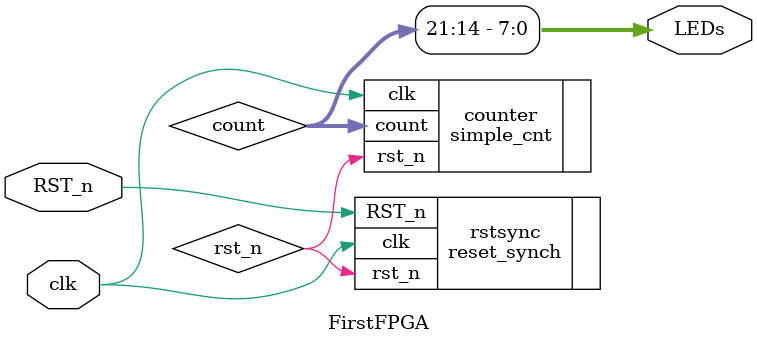
<source format=v>
module FirstFPGA(clk, RST_n, LEDs);

	input clk, RST_n;

	output [7:0] LEDs;
	
	wire rst_n;
	wire [21:0] count;
	
	assign LEDs = count[21:14];
	
	reset_synch rstsync(.RST_n(RST_n), .clk(clk), .rst_n(rst_n));
	
	simple_cnt  counter(.rst_n(rst_n), .clk(clk), .count(count));
	 
endmodule
	
</source>
